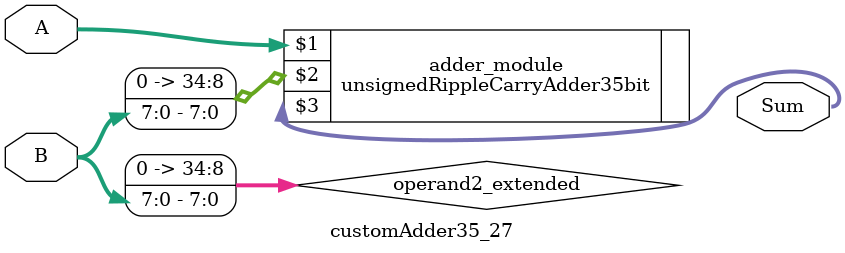
<source format=v>
module customAdder35_27(
                        input [34 : 0] A,
                        input [7 : 0] B,
                        
                        output [35 : 0] Sum
                );

        wire [34 : 0] operand2_extended;
        
        assign operand2_extended =  {27'b0, B};
        
        unsignedRippleCarryAdder35bit adder_module(
            A,
            operand2_extended,
            Sum
        );
        
        endmodule
        
</source>
